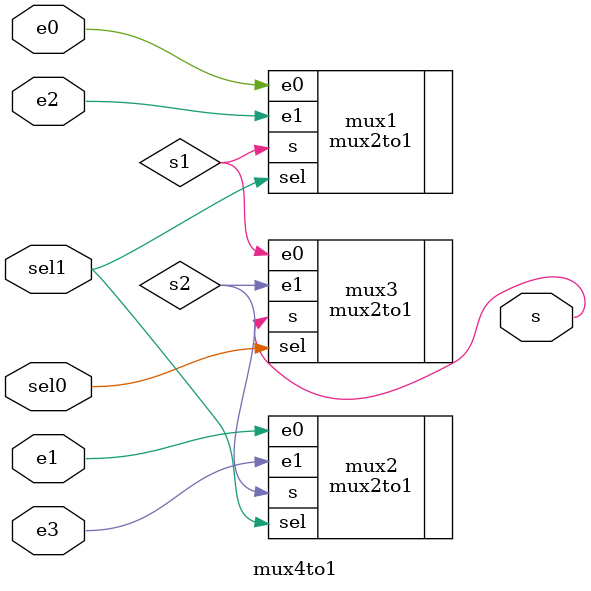
<source format=v>
module mux4to1(
input e0,
input e1,
input e2,
input e3,
input sel0,
input sel1,
output s
);

wire s1, s2;

mux2to1 mux1(	.e0(e0),
		.e1(e2),
		.sel(sel1),
		.s(s1));

mux2to1 mux2(	.e0(e1),
		.e1(e3),
		.sel(sel1),
		.s(s2));

mux2to1 mux3(	.e0(s1),
		.e1(s2),
		.sel(sel0),
		.s(s));

endmodule
</source>
